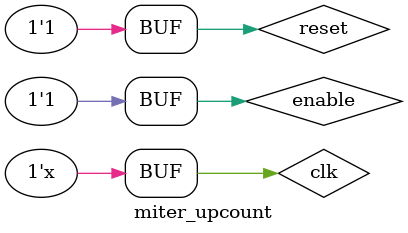
<source format=v>
module miter_upcount();

reg clk, reset, enable;
wire[3:0]count_B;
wire [3:0]count_S;
wire miter;

counter_S uut1(clk, reset, enable, count_S);
Upcounter_B uut2(clk, reset, enable, count_B);

assign miter = |({count_S ^ count_B});

always #10 clk <= ~clk;

initial begin

clk <= 1'b0;
reset <= 1'b0;
enable <=1'b1;

#25

#1
reset <= 1'b1;

#5
reset <= 1'b0;
#5

enable <= 1'b1;
#1
reset <= 1'b1;
#5
reset <= 1'b0;

#380
reset<=1'b1;


end

endmodule

</source>
